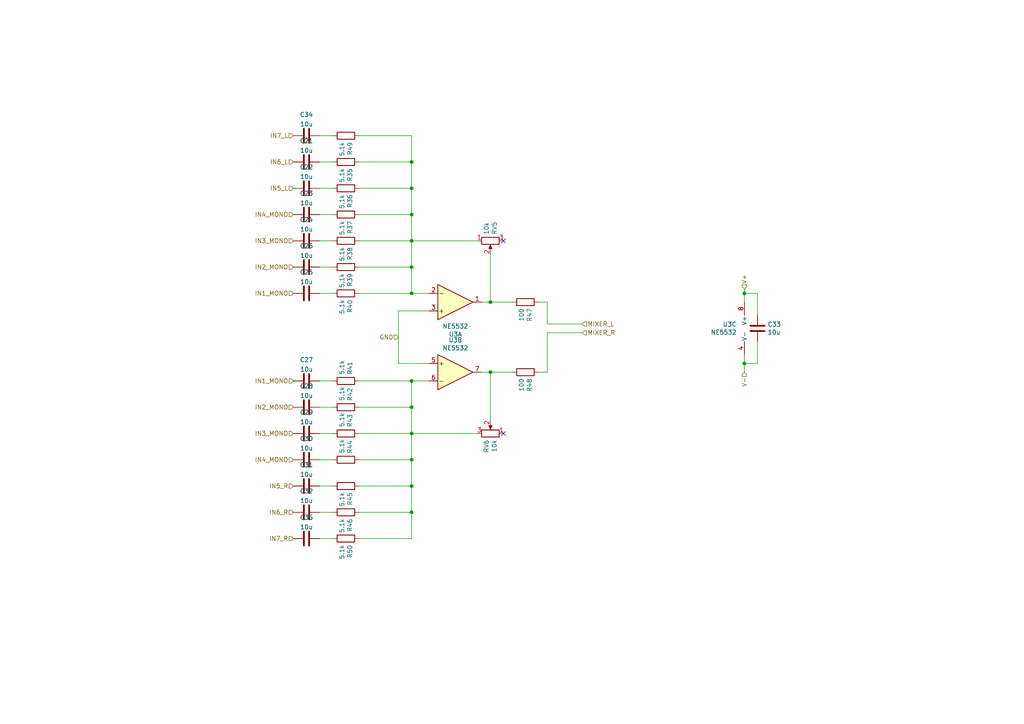
<source format=kicad_sch>
(kicad_sch (version 20211123) (generator eeschema)
  (paper "A4")
  (lib_symbols
    (symbol "Amplifier_Operational:NE5532" (pin_names (offset 0.127))
      (property "Reference" "U" (at 0 5.08 0))
      (property "Value" "NE5532" (at 0 -5.08 0))
      (symbol "NE5532_1_1"
        (polyline (pts (xy -5.08 5.08) (xy 5.08 0) (xy -5.08 -5.08) (xy -5.08 5.08)) (stroke (width 0.254)) (fill (type background)))
        (pin output line (at 7.62 0 180) (length 2.54) (name "~") (number "1"))
        (pin input line (at -7.62 -2.54 0) (length 2.54) (name "-") (number "2"))
        (pin input line (at -7.62 2.54 0) (length 2.54) (name "+") (number "3"))
      )
      (symbol "NE5532_2_1"
        (polyline (pts (xy -5.08 5.08) (xy 5.08 0) (xy -5.08 -5.08) (xy -5.08 5.08)) (stroke (width 0.254)) (fill (type background)))
        (pin input line (at -7.62 2.54 0) (length 2.54) (name "+") (number "5"))
        (pin input line (at -7.62 -2.54 0) (length 2.54) (name "-") (number "6"))
        (pin output line (at 7.62 0 180) (length 2.54) (name "~") (number "7"))
      )
      (symbol "NE5532_3_1"
        (pin power_in line (at -2.54 -7.62 90) (length 3.81) (name "V-") (number "4"))
        (pin power_in line (at -2.54 7.62 270) (length 3.81) (name "V+") (number "8"))
      )
    )
    (symbol "Device:C" (pin_numbers hide) (pin_names (offset 0.254))
      (property "Reference" "C" (at 0.635 2.54 0))
      (property "Value" "C" (at 0.635 -2.54 0))
      (symbol "C_0_1"
        (polyline (pts (xy -2.032 -0.762) (xy 2.032 -0.762)) (stroke (width 0.508)))
        (polyline (pts (xy -2.032 0.762) (xy 2.032 0.762)) (stroke (width 0.508)))
      )
      (symbol "C_1_1"
        (pin passive line (at 0 3.81 270) (length 2.794) (name "~") (number "1"))
        (pin passive line (at 0 -3.81 90) (length 2.794) (name "~") (number "2"))
      )
    )
    (symbol "Device:R" (pin_numbers hide) (pin_names (offset 0))
      (property "Reference" "R" (at 2.032 0 90))
      (property "Value" "R" (at 0 0 90))
      (symbol "R_0_1"
        (rectangle (start -1.016 -2.54) (end 1.016 2.54) (stroke (width 0.254)))
      )
      (symbol "R_1_1"
        (pin passive line (at 0 3.81 270) (length 1.27) (name "~") (number "1"))
        (pin passive line (at 0 -3.81 90) (length 1.27) (name "~") (number "2"))
      )
    )
    (symbol "Device:R_POT" (pin_names (offset 1.016) hide)
      (property "Reference" "RV" (at -4.445 0 90))
      (property "Value" "Device_R_POT" (at -2.54 0 90))
      (symbol "R_POT_0_1"
        (polyline (pts (xy 2.54 0) (xy 1.524 0)))
        (polyline (pts (xy 1.143 0) (xy 2.286 0.508) (xy 2.286 -0.508) (xy 1.143 0)) (fill (type outline)))
        (rectangle (start 1.016 2.54) (end -1.016 -2.54) (stroke (width 0.254)))
      )
      (symbol "R_POT_1_1"
        (pin passive line (at 0 3.81 270) (length 1.27) (name "1") (number "1"))
        (pin passive line (at 3.81 0 180) (length 1.27) (name "2") (number "2"))
        (pin passive line (at 0 -3.81 90) (length 1.27) (name "3") (number "3"))
      )
    )
  )
  (junction (at 119.38 77.47))
  (junction (at 119.38 125.73))
  (junction (at 119.38 148.59))
  (junction (at 119.38 133.35))
  (junction (at 215.9 85.09))
  (junction (at 119.38 118.11))
  (junction (at 119.38 85.09))
  (junction (at 119.38 140.97))
  (junction (at 119.38 46.99))
  (junction (at 119.38 54.61))
  (junction (at 119.38 69.85))
  (junction (at 142.24 87.63))
  (junction (at 119.38 110.49))
  (junction (at 119.38 62.23))
  (junction (at 215.9 105.41))
  (junction (at 142.24 107.95))
  (no_connect (at 146.05 69.85))
  (no_connect (at 146.05 125.73))
  (wire (pts (xy 219.71 85.09) (xy 219.71 91.44)))
  (wire (pts (xy 92.71 62.23) (xy 96.52 62.23)))
  (wire (pts (xy 158.75 107.95) (xy 158.75 96.52)))
  (wire (pts (xy 92.71 110.49) (xy 96.52 110.49)))
  (wire (pts (xy 119.38 125.73) (xy 119.38 118.11)))
  (wire (pts (xy 104.14 148.59) (xy 119.38 148.59)))
  (wire (pts (xy 158.75 96.52) (xy 168.91 96.52)))
  (wire (pts (xy 92.71 140.97) (xy 96.52 140.97)))
  (wire (pts (xy 92.71 54.61) (xy 96.52 54.61)))
  (wire (pts (xy 104.14 54.61) (xy 119.38 54.61)))
  (wire (pts (xy 104.14 110.49) (xy 119.38 110.49)))
  (wire (pts (xy 119.38 140.97) (xy 119.38 148.59)))
  (wire (pts (xy 119.38 69.85) (xy 138.43 69.85)))
  (wire (pts (xy 142.24 73.66) (xy 142.24 87.63)))
  (wire (pts (xy 119.38 39.37) (xy 119.38 46.99)))
  (wire (pts (xy 104.14 156.21) (xy 119.38 156.21)))
  (wire (pts (xy 215.9 105.41) (xy 219.71 105.41)))
  (wire (pts (xy 104.14 77.47) (xy 119.38 77.47)))
  (wire (pts (xy 104.14 125.73) (xy 119.38 125.73)))
  (wire (pts (xy 119.38 148.59) (xy 119.38 156.21)))
  (wire (pts (xy 119.38 62.23) (xy 119.38 69.85)))
  (wire (pts (xy 115.57 90.17) (xy 115.57 105.41)))
  (wire (pts (xy 148.59 87.63) (xy 142.24 87.63)))
  (wire (pts (xy 156.21 107.95) (xy 158.75 107.95)))
  (wire (pts (xy 104.14 69.85) (xy 119.38 69.85)))
  (wire (pts (xy 92.71 77.47) (xy 96.52 77.47)))
  (wire (pts (xy 215.9 87.63) (xy 215.9 85.09)))
  (wire (pts (xy 219.71 99.06) (xy 219.71 105.41)))
  (wire (pts (xy 104.14 62.23) (xy 119.38 62.23)))
  (wire (pts (xy 104.14 46.99) (xy 119.38 46.99)))
  (wire (pts (xy 115.57 90.17) (xy 124.46 90.17)))
  (wire (pts (xy 215.9 85.09) (xy 215.9 83.82)))
  (wire (pts (xy 156.21 87.63) (xy 158.75 87.63)))
  (wire (pts (xy 92.71 148.59) (xy 96.52 148.59)))
  (wire (pts (xy 92.71 39.37) (xy 96.52 39.37)))
  (wire (pts (xy 104.14 118.11) (xy 119.38 118.11)))
  (wire (pts (xy 104.14 39.37) (xy 119.38 39.37)))
  (wire (pts (xy 119.38 133.35) (xy 119.38 140.97)))
  (wire (pts (xy 119.38 125.73) (xy 138.43 125.73)))
  (wire (pts (xy 119.38 46.99) (xy 119.38 54.61)))
  (wire (pts (xy 215.9 105.41) (xy 215.9 102.87)))
  (wire (pts (xy 119.38 69.85) (xy 119.38 77.47)))
  (wire (pts (xy 119.38 118.11) (xy 119.38 110.49)))
  (wire (pts (xy 119.38 54.61) (xy 119.38 62.23)))
  (wire (pts (xy 92.71 46.99) (xy 96.52 46.99)))
  (wire (pts (xy 142.24 121.92) (xy 142.24 107.95)))
  (wire (pts (xy 92.71 85.09) (xy 96.52 85.09)))
  (wire (pts (xy 92.71 133.35) (xy 96.52 133.35)))
  (wire (pts (xy 215.9 107.95) (xy 215.9 105.41)))
  (wire (pts (xy 119.38 110.49) (xy 124.46 110.49)))
  (wire (pts (xy 92.71 118.11) (xy 96.52 118.11)))
  (wire (pts (xy 104.14 133.35) (xy 119.38 133.35)))
  (wire (pts (xy 119.38 85.09) (xy 119.38 77.47)))
  (wire (pts (xy 158.75 87.63) (xy 158.75 93.98)))
  (wire (pts (xy 124.46 105.41) (xy 115.57 105.41)))
  (wire (pts (xy 104.14 85.09) (xy 119.38 85.09)))
  (wire (pts (xy 92.71 69.85) (xy 96.52 69.85)))
  (wire (pts (xy 104.14 140.97) (xy 119.38 140.97)))
  (wire (pts (xy 142.24 87.63) (xy 139.7 87.63)))
  (wire (pts (xy 142.24 107.95) (xy 139.7 107.95)))
  (wire (pts (xy 119.38 133.35) (xy 119.38 125.73)))
  (wire (pts (xy 219.71 85.09) (xy 215.9 85.09)))
  (wire (pts (xy 92.71 125.73) (xy 96.52 125.73)))
  (wire (pts (xy 158.75 93.98) (xy 168.91 93.98)))
  (wire (pts (xy 119.38 85.09) (xy 124.46 85.09)))
  (wire (pts (xy 92.71 156.21) (xy 96.52 156.21)))
  (wire (pts (xy 148.59 107.95) (xy 142.24 107.95)))
  (hierarchical_label "V+" (shape input) (at 215.9 83.82 90))
  (hierarchical_label "IN4_MONO" (shape input) (at 85.09 62.23 180))
  (hierarchical_label "GND" (shape input) (at 115.57 97.79 180))
  (hierarchical_label "IN6_R" (shape input) (at 85.09 148.59 180))
  (hierarchical_label "MIXER_L" (shape input) (at 168.91 93.98 0))
  (hierarchical_label "IN3_MONO" (shape input) (at 85.09 125.73 180))
  (hierarchical_label "IN1_MONO" (shape input) (at 85.09 85.09 180))
  (hierarchical_label "IN4_MONO" (shape input) (at 85.09 133.35 180))
  (hierarchical_label "V-" (shape input) (at 215.9 107.95 270))
  (hierarchical_label "IN1_MONO" (shape input) (at 85.09 110.49 180))
  (hierarchical_label "IN2_MONO" (shape input) (at 85.09 118.11 180))
  (hierarchical_label "IN5_R" (shape input) (at 85.09 140.97 180))
  (hierarchical_label "MIXER_R" (shape input) (at 168.91 96.52 0))
  (hierarchical_label "IN2_MONO" (shape input) (at 85.09 77.47 180))
  (hierarchical_label "IN5_L" (shape input) (at 85.09 54.61 180))
  (hierarchical_label "IN7_R" (shape input) (at 85.09 156.21 180))
  (hierarchical_label "IN7_L" (shape input) (at 85.09 39.37 180))
  (hierarchical_label "IN6_L" (shape input) (at 85.09 46.99 180))
  (hierarchical_label "IN3_MONO" (shape input) (at 85.09 69.85 180))
  (symbol (lib_id "Amplifier_Operational:NE5532") (at 218.44 95.25 0) (unit 3)
    (property "Reference" "U3" (at 213.6648 94.0816 0) (effects (justify right)))
    (property "Value" "NE5532" (at 213.6648 96.393 0) (effects (justify right)))
    (property "Footprint" "Package_SO:SOIC-8_3.9x4.9mm_P1.27mm" (effects hide))
    (property "Datasheet" "http://www.ti.com/lit/ds/symlink/ne5532.pdf" (effects hide))
  )
  (symbol (lib_id "Device:R") (at 100.33 62.23 270) (unit 1)
    (property "Reference" "R37" (at 101.4984 64.008 0) (effects (justify left)))
    (property "Value" "5.1k" (at 99.187 64.008 0) (effects (justify left)))
    (property "Footprint" "Resistor_SMD:R_0603_1608Metric_Pad0.98x0.95mm_HandSolder" (effects hide))
  )
  (symbol (lib_id "Device:R") (at 100.33 69.85 270) (unit 1)
    (property "Reference" "R38" (at 101.4984 71.628 0) (effects (justify left)))
    (property "Value" "5.1k" (at 99.187 71.628 0) (effects (justify left)))
    (property "Footprint" "Resistor_SMD:R_0603_1608Metric_Pad0.98x0.95mm_HandSolder" (effects hide))
  )
  (symbol (lib_id "Device:R") (at 100.33 77.47 270) (unit 1)
    (property "Reference" "R39" (at 101.4984 79.248 0) (effects (justify left)))
    (property "Value" "5.1k" (at 99.187 79.248 0) (effects (justify left)))
    (property "Footprint" "Resistor_SMD:R_0603_1608Metric_Pad0.98x0.95mm_HandSolder" (effects hide))
  )
  (symbol (lib_id "Device:R") (at 100.33 85.09 270) (unit 1)
    (property "Reference" "R40" (at 101.4984 86.868 0) (effects (justify left)))
    (property "Value" "5.1k" (at 99.187 86.868 0) (effects (justify left)))
    (property "Footprint" "Resistor_SMD:R_0603_1608Metric_Pad0.98x0.95mm_HandSolder" (effects hide))
  )
  (symbol (lib_id "Amplifier_Operational:NE5532") (at 132.08 87.63 0) (mirror x) (unit 1)
    (property "Reference" "U3" (at 132.08 96.9518 0))
    (property "Value" "NE5532" (at 132.08 94.6404 0))
    (property "Footprint" "Package_SO:SOIC-8_3.9x4.9mm_P1.27mm" (effects hide))
    (property "Datasheet" "http://www.ti.com/lit/ds/symlink/ne5532.pdf" (effects hide))
  )
  (symbol (lib_id "Amplifier_Operational:NE5532") (at 132.08 107.95 0) (unit 2)
    (property "Reference" "U3" (at 132.08 98.6282 0))
    (property "Value" "NE5532" (at 132.08 100.9396 0))
    (property "Footprint" "Package_SO:SOIC-8_3.9x4.9mm_P1.27mm" (effects hide))
    (property "Datasheet" "http://www.ti.com/lit/ds/symlink/ne5532.pdf" (effects hide))
  )
  (symbol (lib_id "Device:R") (at 100.33 133.35 270) (mirror x) (unit 1)
    (property "Reference" "R44" (at 101.4984 131.572 0) (effects (justify left)))
    (property "Value" "5.1k" (at 99.187 131.572 0) (effects (justify left)))
    (property "Footprint" "Resistor_SMD:R_0603_1608Metric_Pad0.98x0.95mm_HandSolder" (effects hide))
  )
  (symbol (lib_id "Device:R") (at 100.33 125.73 270) (mirror x) (unit 1)
    (property "Reference" "R43" (at 101.4984 123.952 0) (effects (justify left)))
    (property "Value" "5.1k" (at 99.187 123.952 0) (effects (justify left)))
    (property "Footprint" "Resistor_SMD:R_0603_1608Metric_Pad0.98x0.95mm_HandSolder" (effects hide))
  )
  (symbol (lib_id "Device:R") (at 100.33 118.11 270) (mirror x) (unit 1)
    (property "Reference" "R42" (at 101.4984 116.332 0) (effects (justify left)))
    (property "Value" "5.1k" (at 99.187 116.332 0) (effects (justify left)))
    (property "Footprint" "Resistor_SMD:R_0603_1608Metric_Pad0.98x0.95mm_HandSolder" (effects hide))
  )
  (symbol (lib_id "Device:R") (at 100.33 110.49 270) (mirror x) (unit 1)
    (property "Reference" "R41" (at 101.4984 108.712 0) (effects (justify left)))
    (property "Value" "5.1k" (at 99.187 108.712 0) (effects (justify left)))
    (property "Footprint" "Resistor_SMD:R_0603_1608Metric_Pad0.98x0.95mm_HandSolder" (effects hide))
  )
  (symbol (lib_id "Device:R") (at 152.4 87.63 270) (unit 1)
    (property "Reference" "R47" (at 153.5684 89.408 0) (effects (justify left)))
    (property "Value" "100" (at 151.257 89.408 0) (effects (justify left)))
    (property "Footprint" "Resistor_SMD:R_0603_1608Metric_Pad0.98x0.95mm_HandSolder" (effects hide))
  )
  (symbol (lib_id "Device:R") (at 152.4 107.95 270) (unit 1)
    (property "Reference" "R48" (at 153.5684 109.728 0) (effects (justify left)))
    (property "Value" "100" (at 151.257 109.728 0) (effects (justify left)))
    (property "Footprint" "Resistor_SMD:R_0603_1608Metric_Pad0.98x0.95mm_HandSolder" (effects hide))
  )
  (symbol (lib_id "Device:C") (at 219.71 95.25 0) (unit 1)
    (property "Reference" "C33" (at 222.631 94.0816 0) (effects (justify left)))
    (property "Value" "10u" (at 222.631 96.393 0) (effects (justify left)))
    (property "Footprint" "Capacitor_SMD:C_0603_1608Metric_Pad1.08x0.95mm_HandSolder" (effects hide))
  )
  (symbol (lib_id "Device:C") (at 88.9 118.11 90) (unit 1)
    (property "Reference" "C28" (at 88.9 111.9845 90))
    (property "Value" "10u" (at 88.9 114.7596 90))
    (property "Footprint" "Capacitor_SMD:C_0603_1608Metric_Pad1.08x0.95mm_HandSolder" (effects hide))
  )
  (symbol (lib_id "Device:R_POT") (at 142.24 69.85 90) (mirror x) (unit 1)
    (property "Reference" "RV5" (at 143.4084 68.072 0) (effects (justify right)))
    (property "Value" "10k" (at 141.097 68.072 0) (effects (justify right)))
    (property "Footprint" "Connector_Harwin:Harwin_M20-89003xx_1x03_P2.54mm_Horizontal" (effects hide))
  )
  (symbol (lib_id "Device:C") (at 88.9 156.21 90) (unit 1)
    (property "Reference" "C35" (at 88.9 150.0845 90))
    (property "Value" "10u" (at 88.9 152.8596 90))
    (property "Footprint" "Capacitor_SMD:C_0603_1608Metric_Pad1.08x0.95mm_HandSolder" (effects hide))
  )
  (symbol (lib_id "Device:R") (at 100.33 39.37 270) (unit 1)
    (property "Reference" "R49" (at 101.4984 41.148 0) (effects (justify left)))
    (property "Value" "5.1k" (at 99.187 41.148 0) (effects (justify left)))
    (property "Footprint" "Resistor_SMD:R_0603_1608Metric_Pad0.98x0.95mm_HandSolder" (effects hide))
  )
  (symbol (lib_id "Device:R") (at 100.33 156.21 270) (unit 1)
    (property "Reference" "R50" (at 101.4984 157.988 0) (effects (justify left)))
    (property "Value" "5.1k" (at 99.187 157.988 0) (effects (justify left)))
    (property "Footprint" "Resistor_SMD:R_0603_1608Metric_Pad0.98x0.95mm_HandSolder" (effects hide))
  )
  (symbol (lib_id "Device:C") (at 88.9 85.09 90) (unit 1)
    (property "Reference" "C26" (at 88.9 78.9645 90))
    (property "Value" "10u" (at 88.9 81.7396 90))
    (property "Footprint" "Capacitor_SMD:C_0603_1608Metric_Pad1.08x0.95mm_HandSolder" (effects hide))
  )
  (symbol (lib_id "Device:C") (at 88.9 46.99 90) (unit 1)
    (property "Reference" "C21" (at 88.9 40.8645 90))
    (property "Value" "10u" (at 88.9 43.6396 90))
    (property "Footprint" "Capacitor_SMD:C_0603_1608Metric_Pad1.08x0.95mm_HandSolder" (effects hide))
  )
  (symbol (lib_id "Device:C") (at 88.9 39.37 90) (unit 1)
    (property "Reference" "C34" (at 88.9 33.2445 90))
    (property "Value" "10u" (at 88.9 36.0196 90))
    (property "Footprint" "Capacitor_SMD:C_0603_1608Metric_Pad1.08x0.95mm_HandSolder" (effects hide))
  )
  (symbol (lib_id "Device:C") (at 88.9 133.35 90) (unit 1)
    (property "Reference" "C30" (at 88.9 127.2245 90))
    (property "Value" "10u" (at 88.9 129.9996 90))
    (property "Footprint" "Capacitor_SMD:C_0603_1608Metric_Pad1.08x0.95mm_HandSolder" (effects hide))
  )
  (symbol (lib_id "Device:R") (at 100.33 140.97 270) (unit 1)
    (property "Reference" "R45" (at 101.4984 142.748 0) (effects (justify left)))
    (property "Value" "5.1k" (at 99.187 142.748 0) (effects (justify left)))
    (property "Footprint" "Resistor_SMD:R_0603_1608Metric_Pad0.98x0.95mm_HandSolder" (effects hide))
  )
  (symbol (lib_id "Device:C") (at 88.9 148.59 90) (unit 1)
    (property "Reference" "C32" (at 88.9 142.4645 90))
    (property "Value" "10u" (at 88.9 145.2396 90))
    (property "Footprint" "Capacitor_SMD:C_0603_1608Metric_Pad1.08x0.95mm_HandSolder" (effects hide))
  )
  (symbol (lib_id "Device:R") (at 100.33 46.99 270) (unit 1)
    (property "Reference" "R35" (at 101.4984 48.768 0) (effects (justify left)))
    (property "Value" "5.1k" (at 99.187 48.768 0) (effects (justify left)))
    (property "Footprint" "Resistor_SMD:R_0603_1608Metric_Pad0.98x0.95mm_HandSolder" (effects hide))
  )
  (symbol (lib_id "Device:R") (at 100.33 148.59 270) (unit 1)
    (property "Reference" "R46" (at 101.4984 150.368 0) (effects (justify left)))
    (property "Value" "5.1k" (at 99.187 150.368 0) (effects (justify left)))
    (property "Footprint" "Resistor_SMD:R_0603_1608Metric_Pad0.98x0.95mm_HandSolder" (effects hide))
  )
  (symbol (lib_id "Device:C") (at 88.9 140.97 90) (unit 1)
    (property "Reference" "C31" (at 88.9 134.8445 90))
    (property "Value" "10u" (at 88.9 137.6196 90))
    (property "Footprint" "Capacitor_SMD:C_0603_1608Metric_Pad1.08x0.95mm_HandSolder" (effects hide))
  )
  (symbol (lib_id "Device:C") (at 88.9 125.73 90) (unit 1)
    (property "Reference" "C29" (at 88.9 119.6045 90))
    (property "Value" "10u" (at 88.9 122.3796 90))
    (property "Footprint" "Capacitor_SMD:C_0603_1608Metric_Pad1.08x0.95mm_HandSolder" (effects hide))
  )
  (symbol (lib_id "Device:C") (at 88.9 62.23 90) (unit 1)
    (property "Reference" "C23" (at 88.9 56.1045 90))
    (property "Value" "10u" (at 88.9 58.8796 90))
    (property "Footprint" "Capacitor_SMD:C_0603_1608Metric_Pad1.08x0.95mm_HandSolder" (effects hide))
  )
  (symbol (lib_id "Device:C") (at 88.9 110.49 90) (unit 1)
    (property "Reference" "C27" (at 88.9 104.3645 90))
    (property "Value" "10u" (at 88.9 107.1396 90))
    (property "Footprint" "Capacitor_SMD:C_0603_1608Metric_Pad1.08x0.95mm_HandSolder" (effects hide))
  )
  (symbol (lib_id "Device:R") (at 100.33 54.61 270) (unit 1)
    (property "Reference" "R36" (at 101.4984 56.388 0) (effects (justify left)))
    (property "Value" "5.1k" (at 99.187 56.388 0) (effects (justify left)))
    (property "Footprint" "Resistor_SMD:R_0603_1608Metric_Pad0.98x0.95mm_HandSolder" (effects hide))
  )
  (symbol (lib_id "Device:C") (at 88.9 77.47 90) (unit 1)
    (property "Reference" "C25" (at 88.9 71.3445 90))
    (property "Value" "10u" (at 88.9 74.1196 90))
    (property "Footprint" "Capacitor_SMD:C_0603_1608Metric_Pad1.08x0.95mm_HandSolder" (effects hide))
  )
  (symbol (lib_id "Device:C") (at 88.9 69.85 90) (unit 1)
    (property "Reference" "C24" (at 88.9 63.7245 90))
    (property "Value" "10u" (at 88.9 66.4996 90))
    (property "Footprint" "Capacitor_SMD:C_0603_1608Metric_Pad1.08x0.95mm_HandSolder" (effects hide))
  )
  (symbol (lib_id "Device:R_POT") (at 142.24 125.73 270) (mirror x) (unit 1)
    (property "Reference" "RV6" (at 141.0716 127.508 0) (effects (justify right)))
    (property "Value" "10k" (at 143.383 127.508 0) (effects (justify right)))
    (property "Footprint" "Connector_Harwin:Harwin_M20-89003xx_1x03_P2.54mm_Horizontal" (effects hide))
  )
  (symbol (lib_id "Device:C") (at 88.9 54.61 90) (unit 1)
    (property "Reference" "C22" (at 88.9 48.4845 90))
    (property "Value" "10u" (at 88.9 51.2596 90))
    (property "Footprint" "Capacitor_SMD:C_0603_1608Metric_Pad1.08x0.95mm_HandSolder" (effects hide))
  )
)
</source>
